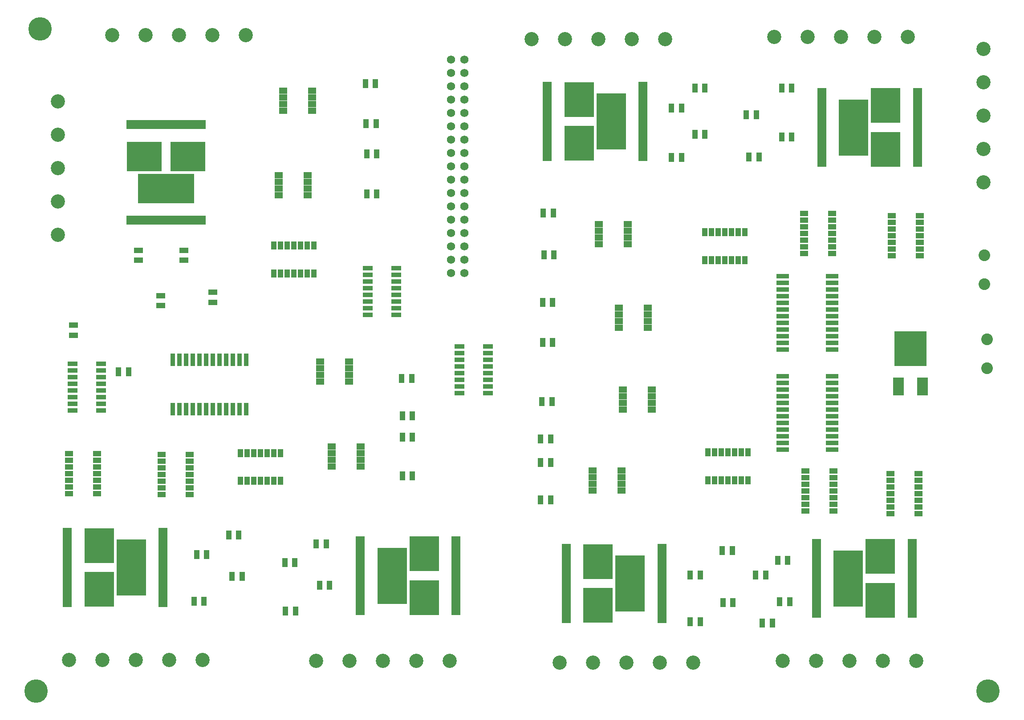
<source format=gts>
G04 #@! TF.FileFunction,Soldermask,Top*
%FSLAX46Y46*%
G04 Gerber Fmt 4.6, Leading zero omitted, Abs format (unit mm)*
G04 Created by KiCad (PCBNEW 4.0.2-stable) date Mon 18 Apr 2016 07:01:49 PM CST*
%MOMM*%
G01*
G04 APERTURE LIST*
%ADD10C,0.100000*%
%ADD11R,5.650000X6.630000*%
%ADD12R,5.650000X10.700000*%
%ADD13R,1.700000X1.065000*%
%ADD14R,6.630000X5.650000*%
%ADD15R,10.700000X5.650000*%
%ADD16R,1.065000X1.700000*%
%ADD17C,1.557000*%
%ADD18R,6.200000X6.600000*%
%ADD19R,2.000000X3.400000*%
%ADD20R,1.100000X1.700000*%
%ADD21R,1.700000X1.100000*%
%ADD22C,2.700000*%
%ADD23C,2.220000*%
%ADD24R,1.900000X0.950000*%
%ADD25R,0.980000X1.580000*%
%ADD26R,0.950000X2.350000*%
%ADD27R,1.580000X0.980000*%
%ADD28R,2.350000X0.950000*%
%ADD29R,1.600000X1.200000*%
%ADD30C,4.464000*%
G04 APERTURE END LIST*
D10*
D11*
X180215000Y-52552000D03*
X180215000Y-44222000D03*
D12*
X174115000Y-48387000D03*
D13*
X168065000Y-41387000D03*
X168065000Y-42387000D03*
X168065000Y-43387000D03*
X168065000Y-44387000D03*
X168065000Y-45387000D03*
X168065000Y-46387000D03*
X168065000Y-47387000D03*
X168065000Y-48387000D03*
X168065000Y-49387000D03*
X168065000Y-50387000D03*
X168065000Y-51387000D03*
X168065000Y-52387000D03*
X168065000Y-53387000D03*
X168065000Y-54387000D03*
X168065000Y-55387000D03*
X186265000Y-55387000D03*
X186265000Y-54387000D03*
X186265000Y-53387000D03*
X186265000Y-52387000D03*
X186265000Y-51387000D03*
X186265000Y-50387000D03*
X186265000Y-49387000D03*
X186265000Y-48387000D03*
X186265000Y-47387000D03*
X186265000Y-46387000D03*
X186265000Y-45387000D03*
X186265000Y-44387000D03*
X186265000Y-43387000D03*
X186265000Y-42387000D03*
X186265000Y-41387000D03*
D11*
X30668500Y-127979000D03*
X30668500Y-136309000D03*
D12*
X36768500Y-132144000D03*
D13*
X42818500Y-139144000D03*
X42818500Y-138144000D03*
X42818500Y-137144000D03*
X42818500Y-136144000D03*
X42818500Y-135144000D03*
X42818500Y-134144000D03*
X42818500Y-133144000D03*
X42818500Y-132144000D03*
X42818500Y-131144000D03*
X42818500Y-130144000D03*
X42818500Y-129144000D03*
X42818500Y-128144000D03*
X42818500Y-127144000D03*
X42818500Y-126144000D03*
X42818500Y-125144000D03*
X24618500Y-125144000D03*
X24618500Y-126144000D03*
X24618500Y-127144000D03*
X24618500Y-128144000D03*
X24618500Y-129144000D03*
X24618500Y-130144000D03*
X24618500Y-131144000D03*
X24618500Y-132144000D03*
X24618500Y-133144000D03*
X24618500Y-134144000D03*
X24618500Y-135144000D03*
X24618500Y-136144000D03*
X24618500Y-137144000D03*
X24618500Y-138144000D03*
X24618500Y-139144000D03*
D11*
X92458000Y-137896000D03*
X92458000Y-129566000D03*
D12*
X86358000Y-133731000D03*
D13*
X80308000Y-126731000D03*
X80308000Y-127731000D03*
X80308000Y-128731000D03*
X80308000Y-129731000D03*
X80308000Y-130731000D03*
X80308000Y-131731000D03*
X80308000Y-132731000D03*
X80308000Y-133731000D03*
X80308000Y-134731000D03*
X80308000Y-135731000D03*
X80308000Y-136731000D03*
X80308000Y-137731000D03*
X80308000Y-138731000D03*
X80308000Y-139731000D03*
X80308000Y-140731000D03*
X98508000Y-140731000D03*
X98508000Y-139731000D03*
X98508000Y-138731000D03*
X98508000Y-137731000D03*
X98508000Y-136731000D03*
X98508000Y-135731000D03*
X98508000Y-134731000D03*
X98508000Y-133731000D03*
X98508000Y-132731000D03*
X98508000Y-131731000D03*
X98508000Y-130731000D03*
X98508000Y-129731000D03*
X98508000Y-128731000D03*
X98508000Y-127731000D03*
X98508000Y-126731000D03*
D11*
X125538000Y-131027000D03*
X125538000Y-139357000D03*
D12*
X131638000Y-135192000D03*
D13*
X137688000Y-142192000D03*
X137688000Y-141192000D03*
X137688000Y-140192000D03*
X137688000Y-139192000D03*
X137688000Y-138192000D03*
X137688000Y-137192000D03*
X137688000Y-136192000D03*
X137688000Y-135192000D03*
X137688000Y-134192000D03*
X137688000Y-133192000D03*
X137688000Y-132192000D03*
X137688000Y-131192000D03*
X137688000Y-130192000D03*
X137688000Y-129192000D03*
X137688000Y-128192000D03*
X119488000Y-128192000D03*
X119488000Y-129192000D03*
X119488000Y-130192000D03*
X119488000Y-131192000D03*
X119488000Y-132192000D03*
X119488000Y-133192000D03*
X119488000Y-134192000D03*
X119488000Y-135192000D03*
X119488000Y-136192000D03*
X119488000Y-137192000D03*
X119488000Y-138192000D03*
X119488000Y-139192000D03*
X119488000Y-140192000D03*
X119488000Y-141192000D03*
X119488000Y-142192000D03*
D11*
X179199000Y-138404000D03*
X179199000Y-130074000D03*
D12*
X173099000Y-134239000D03*
D13*
X167049000Y-127239000D03*
X167049000Y-128239000D03*
X167049000Y-129239000D03*
X167049000Y-130239000D03*
X167049000Y-131239000D03*
X167049000Y-132239000D03*
X167049000Y-133239000D03*
X167049000Y-134239000D03*
X167049000Y-135239000D03*
X167049000Y-136239000D03*
X167049000Y-137239000D03*
X167049000Y-138239000D03*
X167049000Y-139239000D03*
X167049000Y-140239000D03*
X167049000Y-141239000D03*
X185249000Y-141239000D03*
X185249000Y-140239000D03*
X185249000Y-139239000D03*
X185249000Y-138239000D03*
X185249000Y-137239000D03*
X185249000Y-136239000D03*
X185249000Y-135239000D03*
X185249000Y-134239000D03*
X185249000Y-133239000D03*
X185249000Y-132239000D03*
X185249000Y-131239000D03*
X185249000Y-130239000D03*
X185249000Y-129239000D03*
X185249000Y-128239000D03*
X185249000Y-127239000D03*
D11*
X121918000Y-43079000D03*
X121918000Y-51409000D03*
D12*
X128018000Y-47244000D03*
D13*
X134068000Y-54244000D03*
X134068000Y-53244000D03*
X134068000Y-52244000D03*
X134068000Y-51244000D03*
X134068000Y-50244000D03*
X134068000Y-49244000D03*
X134068000Y-48244000D03*
X134068000Y-47244000D03*
X134068000Y-46244000D03*
X134068000Y-45244000D03*
X134068000Y-44244000D03*
X134068000Y-43244000D03*
X134068000Y-42244000D03*
X134068000Y-41244000D03*
X134068000Y-40244000D03*
X115868000Y-40244000D03*
X115868000Y-41244000D03*
X115868000Y-42244000D03*
X115868000Y-43244000D03*
X115868000Y-44244000D03*
X115868000Y-45244000D03*
X115868000Y-46244000D03*
X115868000Y-47244000D03*
X115868000Y-48244000D03*
X115868000Y-49244000D03*
X115868000Y-50244000D03*
X115868000Y-51244000D03*
X115868000Y-52244000D03*
X115868000Y-53244000D03*
X115868000Y-54244000D03*
D14*
X47535500Y-53909500D03*
X39205500Y-53909500D03*
D15*
X43370500Y-60009500D03*
D16*
X36370500Y-66059500D03*
X37370500Y-66059500D03*
X38370500Y-66059500D03*
X39370500Y-66059500D03*
X40370500Y-66059500D03*
X41370500Y-66059500D03*
X42370500Y-66059500D03*
X43370500Y-66059500D03*
X44370500Y-66059500D03*
X45370500Y-66059500D03*
X46370500Y-66059500D03*
X47370500Y-66059500D03*
X48370500Y-66059500D03*
X49370500Y-66059500D03*
X50370500Y-66059500D03*
X50370500Y-47859500D03*
X49370500Y-47859500D03*
X48370500Y-47859500D03*
X47370500Y-47859500D03*
X46370500Y-47859500D03*
X45370500Y-47859500D03*
X44370500Y-47859500D03*
X43370500Y-47859500D03*
X42370500Y-47859500D03*
X41370500Y-47859500D03*
X40370500Y-47859500D03*
X39370500Y-47859500D03*
X38370500Y-47859500D03*
X37370500Y-47859500D03*
X36370500Y-47859500D03*
D17*
X100076000Y-76073000D03*
X97536000Y-76073000D03*
X100076000Y-73533000D03*
X97536000Y-73533000D03*
X100076000Y-70993000D03*
X97536000Y-70993000D03*
X100076000Y-68453000D03*
X97536000Y-68453000D03*
X100076000Y-65913000D03*
X97536000Y-65913000D03*
X100076000Y-63373000D03*
X97536000Y-63373000D03*
X100076000Y-60833000D03*
X97536000Y-60833000D03*
X100076000Y-58293000D03*
X97536000Y-58293000D03*
X100076000Y-55753000D03*
X97536000Y-55753000D03*
X100076000Y-53213000D03*
X97536000Y-53213000D03*
X100076000Y-50673000D03*
X97536000Y-50673000D03*
X100076000Y-48133000D03*
X97536000Y-48133000D03*
X100076000Y-45593000D03*
X97536000Y-45593000D03*
X100076000Y-43053000D03*
X97536000Y-43053000D03*
X100076000Y-40513000D03*
X97536000Y-40513000D03*
X100076000Y-37973000D03*
X97536000Y-37973000D03*
X100076000Y-35433000D03*
X97536000Y-35433000D03*
D18*
X184912000Y-90499000D03*
D19*
X187197000Y-97679000D03*
X182627000Y-97679000D03*
D20*
X158684000Y-142748000D03*
X156784000Y-142748000D03*
X161605000Y-130810000D03*
X159705000Y-130810000D03*
X157414000Y-133604000D03*
X155514000Y-133604000D03*
X156144000Y-53975000D03*
X154244000Y-53975000D03*
X162367000Y-40894000D03*
X160467000Y-40894000D03*
X155636000Y-45974000D03*
X153736000Y-45974000D03*
X55311000Y-125984000D03*
X57211000Y-125984000D03*
X48707000Y-138557000D03*
X50607000Y-138557000D03*
X55946000Y-133858000D03*
X57846000Y-133858000D03*
X68006000Y-140462000D03*
X66106000Y-140462000D03*
X67879000Y-131191000D03*
X65979000Y-131191000D03*
X73848000Y-127635000D03*
X71948000Y-127635000D03*
X149164000Y-128905000D03*
X151064000Y-128905000D03*
X143068000Y-142494000D03*
X144968000Y-142494000D03*
X149291000Y-138811000D03*
X151191000Y-138811000D03*
X143957000Y-40894000D03*
X145857000Y-40894000D03*
X139512000Y-54102000D03*
X141412000Y-54102000D03*
X143957000Y-49657000D03*
X145857000Y-49657000D03*
D21*
X52260500Y-79758500D03*
X52260500Y-81658500D03*
X38163500Y-71757500D03*
X38163500Y-73657500D03*
X42354500Y-80393500D03*
X42354500Y-82293500D03*
D20*
X83182500Y-40068500D03*
X81282500Y-40068500D03*
X83309500Y-47688500D03*
X81409500Y-47688500D03*
X83436500Y-53403500D03*
X81536500Y-53403500D03*
X83436500Y-61023500D03*
X81536500Y-61023500D03*
X115001000Y-89281000D03*
X116901000Y-89281000D03*
X115001000Y-81661000D03*
X116901000Y-81661000D03*
X115255000Y-72644000D03*
X117155000Y-72644000D03*
X115128000Y-64643000D03*
X117028000Y-64643000D03*
X90104000Y-96139000D03*
X88204000Y-96139000D03*
X90231000Y-103251000D03*
X88331000Y-103251000D03*
X90231000Y-107315000D03*
X88331000Y-107315000D03*
X90231000Y-114681000D03*
X88331000Y-114681000D03*
X114620000Y-119253000D03*
X116520000Y-119253000D03*
X114620000Y-112141000D03*
X116520000Y-112141000D03*
X114620000Y-107696000D03*
X116520000Y-107696000D03*
X114874000Y-100584000D03*
X116774000Y-100584000D03*
D22*
X160655000Y-149937000D03*
X167005000Y-149937000D03*
X173355000Y-149937000D03*
X179705000Y-149937000D03*
X186055000Y-149937000D03*
X50292000Y-149783000D03*
X43942000Y-149783000D03*
X37592000Y-149783000D03*
X31242000Y-149783000D03*
X24892000Y-149783000D03*
X71882000Y-149937000D03*
X78232000Y-149937000D03*
X84582000Y-149937000D03*
X90932000Y-149937000D03*
X97282000Y-149937000D03*
X22810000Y-68834000D03*
X22810000Y-62484000D03*
X22810000Y-56134000D03*
X22810000Y-49784000D03*
X22810000Y-43434000D03*
X33147000Y-30811000D03*
X39497000Y-30811000D03*
X45847000Y-30811000D03*
X52197000Y-30811000D03*
X58547000Y-30811000D03*
D23*
X199517000Y-88690000D03*
X199517000Y-94190000D03*
X199009000Y-78188000D03*
X199009000Y-72688000D03*
D22*
X118237000Y-150318000D03*
X124587000Y-150318000D03*
X130937000Y-150318000D03*
X137287000Y-150318000D03*
X143637000Y-150318000D03*
X112903000Y-31573000D03*
X119253000Y-31573000D03*
X125603000Y-31573000D03*
X131953000Y-31573000D03*
X138303000Y-31573000D03*
D24*
X31021000Y-102235000D03*
X31021000Y-100965000D03*
X31021000Y-99695000D03*
X31021000Y-98425000D03*
X31021000Y-97155000D03*
X31021000Y-95885000D03*
X31021000Y-94615000D03*
X31021000Y-93345000D03*
X25621000Y-93345000D03*
X25621000Y-94615000D03*
X25621000Y-95885000D03*
X25621000Y-97155000D03*
X25621000Y-98425000D03*
X25621000Y-99695000D03*
X25621000Y-100965000D03*
X25621000Y-102235000D03*
D22*
X159004000Y-31192000D03*
X165354000Y-31192000D03*
X171704000Y-31192000D03*
X178054000Y-31192000D03*
X184404000Y-31192000D03*
X198832000Y-58801000D03*
X198832000Y-52451000D03*
X198832000Y-46101000D03*
X198832000Y-39751000D03*
X198832000Y-33401000D03*
D21*
X25781000Y-87945000D03*
X25781000Y-86045000D03*
D20*
X36256000Y-94869000D03*
X34356000Y-94869000D03*
D21*
X46799500Y-71757500D03*
X46799500Y-73657500D03*
D20*
X139512000Y-44704000D03*
X141412000Y-44704000D03*
X143068000Y-133604000D03*
X144968000Y-133604000D03*
X74483000Y-135509000D03*
X72583000Y-135509000D03*
X49215000Y-129667000D03*
X51115000Y-129667000D03*
X162367000Y-50165000D03*
X160467000Y-50165000D03*
X161986000Y-138684000D03*
X160086000Y-138684000D03*
D24*
X81755000Y-75184000D03*
X81755000Y-76454000D03*
X81755000Y-77724000D03*
X81755000Y-78994000D03*
X81755000Y-80264000D03*
X81755000Y-81534000D03*
X81755000Y-82804000D03*
X81755000Y-84074000D03*
X87155000Y-84074000D03*
X87155000Y-82804000D03*
X87155000Y-81534000D03*
X87155000Y-80264000D03*
X87155000Y-78994000D03*
X87155000Y-77724000D03*
X87155000Y-76454000D03*
X87155000Y-75184000D03*
X104554000Y-98933000D03*
X104554000Y-97663000D03*
X104554000Y-96393000D03*
X104554000Y-95123000D03*
X104554000Y-93853000D03*
X104554000Y-92583000D03*
X104554000Y-91313000D03*
X104554000Y-90043000D03*
X99154000Y-90043000D03*
X99154000Y-91313000D03*
X99154000Y-92583000D03*
X99154000Y-93853000D03*
X99154000Y-95123000D03*
X99154000Y-96393000D03*
X99154000Y-97663000D03*
X99154000Y-98933000D03*
D25*
X71501000Y-70873000D03*
X70231000Y-70873000D03*
X68961000Y-70873000D03*
X67691000Y-70873000D03*
X66421000Y-70873000D03*
X65151000Y-70873000D03*
X63881000Y-70873000D03*
X63881000Y-76193000D03*
X65151000Y-76193000D03*
X66421000Y-76193000D03*
X67691000Y-76193000D03*
X68961000Y-76193000D03*
X70231000Y-76193000D03*
X71501000Y-76193000D03*
X146431000Y-115563000D03*
X147701000Y-115563000D03*
X148971000Y-115563000D03*
X150241000Y-115563000D03*
X151511000Y-115563000D03*
X152781000Y-115563000D03*
X154051000Y-115563000D03*
X154051000Y-110243000D03*
X152781000Y-110243000D03*
X151511000Y-110243000D03*
X150241000Y-110243000D03*
X148971000Y-110243000D03*
X147701000Y-110243000D03*
X146431000Y-110243000D03*
X57531000Y-115690000D03*
X58801000Y-115690000D03*
X60071000Y-115690000D03*
X61341000Y-115690000D03*
X62611000Y-115690000D03*
X63881000Y-115690000D03*
X65151000Y-115690000D03*
X65151000Y-110370000D03*
X63881000Y-110370000D03*
X62611000Y-110370000D03*
X61341000Y-110370000D03*
X60071000Y-110370000D03*
X58801000Y-110370000D03*
X57531000Y-110370000D03*
X153416000Y-68333000D03*
X152146000Y-68333000D03*
X150876000Y-68333000D03*
X149606000Y-68333000D03*
X148336000Y-68333000D03*
X147066000Y-68333000D03*
X145796000Y-68333000D03*
X145796000Y-73653000D03*
X147066000Y-73653000D03*
X148336000Y-73653000D03*
X149606000Y-73653000D03*
X150876000Y-73653000D03*
X152146000Y-73653000D03*
X153416000Y-73653000D03*
D26*
X44687000Y-101982000D03*
X45957000Y-101982000D03*
X47227000Y-101982000D03*
X48497000Y-101982000D03*
X49767000Y-101982000D03*
X51037000Y-101982000D03*
X52307000Y-101982000D03*
X53577000Y-101982000D03*
X54847000Y-101982000D03*
X56117000Y-101982000D03*
X57387000Y-101982000D03*
X58657000Y-101982000D03*
X58657000Y-92582000D03*
X57387000Y-92582000D03*
X56117000Y-92582000D03*
X54847000Y-92582000D03*
X53577000Y-92582000D03*
X52307000Y-92582000D03*
X51037000Y-92582000D03*
X49767000Y-92582000D03*
X48497000Y-92582000D03*
X47227000Y-92582000D03*
X45957000Y-92582000D03*
X44687000Y-92582000D03*
D27*
X47872000Y-118237000D03*
X47872000Y-116967000D03*
X47872000Y-115697000D03*
X47872000Y-114427000D03*
X47872000Y-113157000D03*
X47872000Y-111887000D03*
X47872000Y-110617000D03*
X42552000Y-110617000D03*
X42552000Y-111887000D03*
X42552000Y-113157000D03*
X42552000Y-114427000D03*
X42552000Y-115697000D03*
X42552000Y-116967000D03*
X42552000Y-118237000D03*
D28*
X170054000Y-90695000D03*
X170054000Y-89425000D03*
X170054000Y-88155000D03*
X170054000Y-86885000D03*
X170054000Y-85615000D03*
X170054000Y-84345000D03*
X170054000Y-83075000D03*
X170054000Y-81805000D03*
X170054000Y-80535000D03*
X170054000Y-79265000D03*
X170054000Y-77995000D03*
X170054000Y-76725000D03*
X160654000Y-76725000D03*
X160654000Y-77995000D03*
X160654000Y-79265000D03*
X160654000Y-80535000D03*
X160654000Y-81805000D03*
X160654000Y-83075000D03*
X160654000Y-84345000D03*
X160654000Y-85615000D03*
X160654000Y-86885000D03*
X160654000Y-88155000D03*
X160654000Y-89425000D03*
X160654000Y-90695000D03*
D27*
X30219000Y-118110000D03*
X30219000Y-116840000D03*
X30219000Y-115570000D03*
X30219000Y-114300000D03*
X30219000Y-113030000D03*
X30219000Y-111760000D03*
X30219000Y-110490000D03*
X24899000Y-110490000D03*
X24899000Y-111760000D03*
X24899000Y-113030000D03*
X24899000Y-114300000D03*
X24899000Y-115570000D03*
X24899000Y-116840000D03*
X24899000Y-118110000D03*
X181363000Y-65151000D03*
X181363000Y-66421000D03*
X181363000Y-67691000D03*
X181363000Y-68961000D03*
X181363000Y-70231000D03*
X181363000Y-71501000D03*
X181363000Y-72771000D03*
X186683000Y-72771000D03*
X186683000Y-71501000D03*
X186683000Y-70231000D03*
X186683000Y-68961000D03*
X186683000Y-67691000D03*
X186683000Y-66421000D03*
X186683000Y-65151000D03*
D28*
X170054000Y-109745000D03*
X170054000Y-108475000D03*
X170054000Y-107205000D03*
X170054000Y-105935000D03*
X170054000Y-104665000D03*
X170054000Y-103395000D03*
X170054000Y-102125000D03*
X170054000Y-100855000D03*
X170054000Y-99585000D03*
X170054000Y-98315000D03*
X170054000Y-97045000D03*
X170054000Y-95775000D03*
X160654000Y-95775000D03*
X160654000Y-97045000D03*
X160654000Y-98315000D03*
X160654000Y-99585000D03*
X160654000Y-100855000D03*
X160654000Y-102125000D03*
X160654000Y-103395000D03*
X160654000Y-104665000D03*
X160654000Y-105935000D03*
X160654000Y-107205000D03*
X160654000Y-108475000D03*
X160654000Y-109745000D03*
D27*
X170300000Y-121412000D03*
X170300000Y-120142000D03*
X170300000Y-118872000D03*
X170300000Y-117602000D03*
X170300000Y-116332000D03*
X170300000Y-115062000D03*
X170300000Y-113792000D03*
X164980000Y-113792000D03*
X164980000Y-115062000D03*
X164980000Y-116332000D03*
X164980000Y-117602000D03*
X164980000Y-118872000D03*
X164980000Y-120142000D03*
X164980000Y-121412000D03*
X164726000Y-64770000D03*
X164726000Y-66040000D03*
X164726000Y-67310000D03*
X164726000Y-68580000D03*
X164726000Y-69850000D03*
X164726000Y-71120000D03*
X164726000Y-72390000D03*
X170046000Y-72390000D03*
X170046000Y-71120000D03*
X170046000Y-69850000D03*
X170046000Y-68580000D03*
X170046000Y-67310000D03*
X170046000Y-66040000D03*
X170046000Y-64770000D03*
X186429000Y-121920000D03*
X186429000Y-120650000D03*
X186429000Y-119380000D03*
X186429000Y-118110000D03*
X186429000Y-116840000D03*
X186429000Y-115570000D03*
X186429000Y-114300000D03*
X181109000Y-114300000D03*
X181109000Y-115570000D03*
X181109000Y-116840000D03*
X181109000Y-118110000D03*
X181109000Y-119380000D03*
X181109000Y-120650000D03*
X181109000Y-121920000D03*
D29*
X130223000Y-98330000D03*
X130223000Y-99600000D03*
X130223000Y-100870000D03*
X130223000Y-102140000D03*
X135723000Y-98330000D03*
X135723000Y-99600000D03*
X135723000Y-100870000D03*
X135723000Y-102140000D03*
X124508000Y-113697000D03*
X124508000Y-114967000D03*
X124508000Y-116237000D03*
X124508000Y-117507000D03*
X130008000Y-113697000D03*
X130008000Y-114967000D03*
X130008000Y-116237000D03*
X130008000Y-117507000D03*
X80406500Y-112934000D03*
X80406500Y-111664000D03*
X80406500Y-110394000D03*
X80406500Y-109124000D03*
X74906500Y-112934000D03*
X74906500Y-111664000D03*
X74906500Y-110394000D03*
X74906500Y-109124000D03*
X78184000Y-96742000D03*
X78184000Y-95472000D03*
X78184000Y-94202000D03*
X78184000Y-92932000D03*
X72684000Y-96742000D03*
X72684000Y-95472000D03*
X72684000Y-94202000D03*
X72684000Y-92932000D03*
X125651000Y-66834000D03*
X125651000Y-68104000D03*
X125651000Y-69374000D03*
X125651000Y-70644000D03*
X131151000Y-66834000D03*
X131151000Y-68104000D03*
X131151000Y-69374000D03*
X131151000Y-70644000D03*
X129461000Y-82709000D03*
X129461000Y-83979000D03*
X129461000Y-85249000D03*
X129461000Y-86519000D03*
X134961000Y-82709000D03*
X134961000Y-83979000D03*
X134961000Y-85249000D03*
X134961000Y-86519000D03*
X70310000Y-61309000D03*
X70310000Y-60039000D03*
X70310000Y-58769000D03*
X70310000Y-57499000D03*
X64810000Y-61309000D03*
X64810000Y-60039000D03*
X64810000Y-58769000D03*
X64810000Y-57499000D03*
X71135500Y-45243500D03*
X71135500Y-43973500D03*
X71135500Y-42703500D03*
X71135500Y-41433500D03*
X65635500Y-45243500D03*
X65635500Y-43973500D03*
X65635500Y-42703500D03*
X65635500Y-41433500D03*
D30*
X19431000Y-29591000D03*
X199644000Y-155702000D03*
X18669000Y-155702000D03*
M02*

</source>
